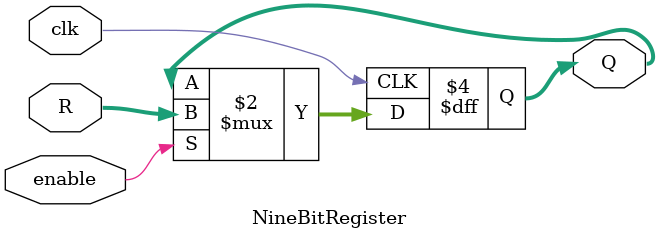
<source format=sv>
module NineBitRegister(
input clk, enable,
input [8:0] R,
output [8:0] Q
);
always@(posedge clk) begin
	if (enable) 
		Q <= R;
	else
		;
end
endmodule
</source>
